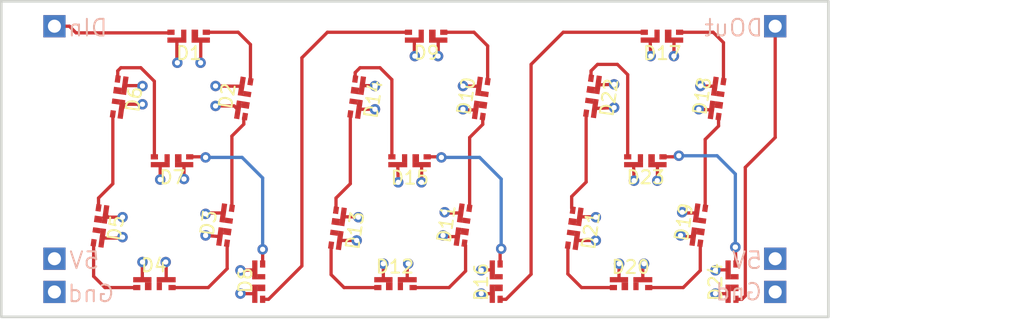
<source format=kicad_pcb>
(kicad_pcb (version 20240108) (generator "pcbnew") (generator_version "8.0")
  (layers (0 "F.Cu" signal) (1 "In1.Cu" power) (2 "In2.Cu" power) (31 "B.Cu" signal) (34 "B.Paste" user) (35 "F.Paste" user) (36 "B.SilkS" user "B.Silkscreen") (37 "F.SilkS" user "F.Silkscreen") (38 "B.Mask" user) (39 "F.Mask" user) (44 "Edge.Cuts" user))
  (net 0 "")
  (net 1 "GND")
  (net 2 "Net-(D1-DOUT)")
  (net 3 "unconnected-(D1-DIN-Pad3)")
  (net 4 "+5V")
  (net 5 "Net-(D2-DOUT)")
  (net 6 "Net-(D3-DOUT)")
  (net 7 "Net-(D4-DOUT)")
  (net 8 "Net-(D5-DOUT)")
  (net 9 "Net-(D6-DOUT)")
  (net 10 "Net-(D7-DOUT)")
  (net 11 "Net-(D8-DOUT)")
  (net 12 "Net-(D10-DIN)")
  (net 13 "Net-(D10-DOUT)")
  (net 14 "Net-(D11-DOUT)")
  (net 15 "Net-(D12-DOUT)")
  (net 16 "Net-(D13-DOUT)")
  (net 17 "Net-(D14-DOUT)")
  (net 18 "Net-(D15-DOUT)")
  (net 19 "Net-(D16-DOUT)")
  (net 20 "Net-(D17-DOUT)")
  (net 21 "Net-(D18-DOUT)")
  (net 22 "Net-(D19-DOUT)")
  (net 23 "Net-(D20-DOUT)")
  (net 24 "Net-(D21-DOUT)")
  (net 25 "Net-(D22-DOUT)")
  (net 26 "Net-(D23-DOUT)")
  (net 27 "Net-(D24-DOUT)")
  (footprint "Custom Footprint Library:SK6812-EC3210F" (layer "F.Cu") (at 115.316 82.169 82)
    (property "Reference" "D11" (at -0.050986 -1.275315 82) (layer "F.SilkS"))
    (property "Value" "SK6812-EC3210F" (hide yes))
    (pad "1" smd rect (at -0.9 -0.3 262) (size 1.4 0.4) (layers "F.Cu" "F.Paste" "F.Mask") (net 1 "GND"))
    (pad "1" smd rect (at -0.45 0.2 262) (size 0.5 0.6) (layers "F.Cu" "F.Paste" "F.Mask") (net 1 "GND"))
    (pad "2" smd rect (at -1.325 0.3 262) (size 0.55 0.4) (layers "F.Cu" "F.Paste" "F.Mask") (net 14 "Net-(D11-DOUT)"))
    (pad "3" smd rect (at 1.375 0.3 262) (size 0.55 0.4) (layers "F.Cu" "F.Paste" "F.Mask") (net 13 "Net-(D10-DOUT)"))
    (pad "4" smd rect (at 0.4 0.2 262) (size 0.4 0.6) (layers "F.Cu" "F.Paste" "F.Mask") (net 4 "+5V"))
    (pad "4" smd rect (at 0.925 -0.3 262) (size 1.45 0.4) (layers "F.Cu" "F.Paste" "F.Mask") (net 4 "+5V"))
  )
  (footprint "Custom Footprint Library:SK6812-EC3210F" (layer "F.Cu") (at 111.252 77.216 180)
    (property "Reference" "D15" (at 0 -1.3 0) (layer "F.SilkS"))
    (property "Value" "SK6812-EC3210F" (hide yes))
    (pad "1" smd rect (at -0.9 -0.3) (size 1.4 0.4) (layers "F.Cu" "F.Paste" "F.Mask") (net 1 "GND"))
    (pad "1" smd rect (at -0.45 0.2) (size 0.5 0.6) (layers "F.Cu" "F.Paste" "F.Mask") (net 1 "GND"))
    (pad "2" smd rect (at -1.325 0.3) (size 0.55 0.4) (layers "F.Cu" "F.Paste" "F.Mask") (net 18 "Net-(D15-DOUT)"))
    (pad "3" smd rect (at 1.375 0.3) (size 0.55 0.4) (layers "F.Cu" "F.Paste" "F.Mask") (net 17 "Net-(D14-DOUT)"))
    (pad "4" smd rect (at 0.4 0.2) (size 0.4 0.6) (layers "F.Cu" "F.Paste" "F.Mask") (net 4 "+5V"))
    (pad "4" smd rect (at 0.925 -0.3) (size 1.45 0.4) (layers "F.Cu" "F.Paste" "F.Mask") (net 4 "+5V"))
  )
  (footprint "Custom Footprint Library:SK6812-EC3210F" (layer "F.Cu") (at 135.89 86.487 90)
    (property "Reference" "D24" (at 0 -1.27 90) (layer "F.SilkS"))
    (property "Value" "SK6812-EC3210F" (hide yes))
    (pad "1" smd rect (at -0.9 -0.3 270) (size 1.4 0.4) (layers "F.Cu" "F.Paste" "F.Mask") (net 1 "GND"))
    (pad "1" smd rect (at -0.45 0.2 270) (size 0.5 0.6) (layers "F.Cu" "F.Paste" "F.Mask") (net 1 "GND"))
    (pad "2" smd rect (at -1.325 0.3 270) (size 0.55 0.4) (layers "F.Cu" "F.Paste" "F.Mask") (net 27 "Net-(D24-DOUT)"))
    (pad "3" smd rect (at 1.375 0.3 270) (size 0.55 0.4) (layers "F.Cu" "F.Paste" "F.Mask") (net 26 "Net-(D23-DOUT)"))
    (pad "4" smd rect (at 0.4 0.2 270) (size 0.4 0.6) (layers "F.Cu" "F.Paste" "F.Mask") (net 4 "+5V"))
    (pad "4" smd rect (at 0.925 -0.3 270) (size 1.45 0.4) (layers "F.Cu" "F.Paste" "F.Mask") (net 4 "+5V"))
  )
  (footprint "Custom Footprint Library:SK6812-EC3210F" (layer "F.Cu") (at 123.825 82.354 -98)
    (property "Reference" "D21" (at 0.017343 -1.284918 82) (layer "F.SilkS"))
    (property "Value" "SK6812-EC3210F" (hide yes))
    (pad "1" smd rect (at -0.9 -0.3 82) (size 1.4 0.4) (layers "F.Cu" "F.Paste" "F.Mask") (net 1 "GND"))
    (pad "1" smd rect (at -0.45 0.2 82) (size 0.5 0.6) (layers "F.Cu" "F.Paste" "F.Mask") (net 1 "GND"))
    (pad "2" smd rect (at -1.325 0.3 82) (size 0.55 0.4) (layers "F.Cu" "F.Paste" "F.Mask") (net 24 "Net-(D21-DOUT)"))
    (pad "3" smd rect (at 1.375 0.3 82) (size 0.55 0.4) (layers "F.Cu" "F.Paste" "F.Mask") (net 23 "Net-(D20-DOUT)"))
    (pad "4" smd rect (at 0.4 0.2 82) (size 0.4 0.6) (layers "F.Cu" "F.Paste" "F.Mask") (net 4 "+5V"))
    (pad "4" smd rect (at 0.925 -0.3 82) (size 1.45 0.4) (layers "F.Cu" "F.Paste" "F.Mask") (net 4 "+5V"))
  )
  (footprint "" (layer "F.Cu") (at 139.192 84.709)
    (property "Reference" "" (at 0 0 0) (layer "F.SilkS") (effects (font (size 1.27 1.27))))
    (property "Value" "" (at 0 0 0) (layer "F.SilkS") (effects (font (size 1.27 1.27))))
    (pad "1" thru_hole rect (at 0 0 180) (size 1.7 1.7) (drill 1) (layers "*.Cu" "*.Mask") (net 4 "+5V"))
  )
  (footprint "Custom Footprint Library:SK6812-EC3210F" (layer "F.Cu") (at 99.695 86.487 90)
    (property "Reference" "D8" (at 0.127 -1.016 90) (layer "F.SilkS"))
    (property "Value" "SK6812-EC3210F" (hide yes))
    (pad "1" smd rect (at -0.9 -0.3 270) (size 1.4 0.4) (layers "F.Cu" "F.Paste" "F.Mask") (net 1 "GND"))
    (pad "1" smd rect (at -0.45 0.2 270) (size 0.5 0.6) (layers "F.Cu" "F.Paste" "F.Mask") (net 1 "GND"))
    (pad "2" smd rect (at -1.325 0.3 270) (size 0.55 0.4) (layers "F.Cu" "F.Paste" "F.Mask") (net 11 "Net-(D8-DOUT)"))
    (pad "3" smd rect (at 1.375 0.3 270) (size 0.55 0.4) (layers "F.Cu" "F.Paste" "F.Mask") (net 10 "Net-(D7-DOUT)"))
    (pad "4" smd rect (at 0.4 0.2 270) (size 0.4 0.6) (layers "F.Cu" "F.Paste" "F.Mask") (net 4 "+5V"))
    (pad "4" smd rect (at 0.925 -0.3 270) (size 1.45 0.4) (layers "F.Cu" "F.Paste" "F.Mask") (net 4 "+5V"))
  )
  (footprint "Custom Footprint Library:SK6812-EC3210F" (layer "F.Cu") (at 89.027 72.321 -98)
    (property "Reference" "D6" (at 0.035018 -1.159154 82) (layer "F.SilkS"))
    (property "Value" "SK6812-EC3210F" (hide yes))
    (pad "1" smd rect (at -0.9 -0.3 82) (size 1.4 0.4) (layers "F.Cu" "F.Paste" "F.Mask") (net 1 "GND"))
    (pad "1" smd rect (at -0.45 0.2 82) (size 0.5 0.6) (layers "F.Cu" "F.Paste" "F.Mask") (net 1 "GND"))
    (pad "2" smd rect (at -1.325 0.3 82) (size 0.55 0.4) (layers "F.Cu" "F.Paste" "F.Mask") (net 9 "Net-(D6-DOUT)"))
    (pad "3" smd rect (at 1.375 0.3 82) (size 0.55 0.4) (layers "F.Cu" "F.Paste" "F.Mask") (net 8 "Net-(D5-DOUT)"))
    (pad "4" smd rect (at 0.4 0.2 82) (size 0.4 0.6) (layers "F.Cu" "F.Paste" "F.Mask") (net 4 "+5V"))
    (pad "4" smd rect (at 0.925 -0.3 82) (size 1.45 0.4) (layers "F.Cu" "F.Paste" "F.Mask") (net 4 "+5V"))
  )
  (footprint "Custom Footprint Library:SK6812-EC3210F" (layer "F.Cu") (at 93.091 77.216 180)
    (property "Reference" "D7" (at 0 -1.27 0) (layer "F.SilkS"))
    (property "Value" "SK6812-EC3210F" (hide yes))
    (pad "1" smd rect (at -0.9 -0.3) (size 1.4 0.4) (layers "F.Cu" "F.Paste" "F.Mask") (net 1 "GND"))
    (pad "1" smd rect (at -0.45 0.2) (size 0.5 0.6) (layers "F.Cu" "F.Paste" "F.Mask") (net 1 "GND"))
    (pad "2" smd rect (at -1.325 0.3) (size 0.55 0.4) (layers "F.Cu" "F.Paste" "F.Mask") (net 10 "Net-(D7-DOUT)"))
    (pad "3" smd rect (at 1.375 0.3) (size 0.55 0.4) (layers "F.Cu" "F.Paste" "F.Mask") (net 9 "Net-(D6-DOUT)"))
    (pad "4" smd rect (at 0.4 0.2) (size 0.4 0.6) (layers "F.Cu" "F.Paste" "F.Mask") (net 4 "+5V"))
    (pad "4" smd rect (at 0.925 -0.3) (size 1.45 0.4) (layers "F.Cu" "F.Paste" "F.Mask") (net 4 "+5V"))
  )
  (footprint "Custom Footprint Library:SK6812-EC3210F" (layer "F.Cu") (at 97.155 82.169 82)
    (property "Reference" "D3" (at 0.014286 -1.302683 82) (layer "F.SilkS"))
    (property "Value" "SK6812-EC3210F" (hide yes))
    (pad "1" smd rect (at -0.9 -0.3 262) (size 1.4 0.4) (layers "F.Cu" "F.Paste" "F.Mask") (net 1 "GND"))
    (pad "1" smd rect (at -0.45 0.2 262) (size 0.5 0.6) (layers "F.Cu" "F.Paste" "F.Mask") (net 1 "GND"))
    (pad "2" smd rect (at -1.325 0.3 262) (size 0.55 0.4) (layers "F.Cu" "F.Paste" "F.Mask") (net 6 "Net-(D3-DOUT)"))
    (pad "3" smd rect (at 1.375 0.3 262) (size 0.55 0.4) (layers "F.Cu" "F.Paste" "F.Mask") (net 5 "Net-(D2-DOUT)"))
    (pad "4" smd rect (at 0.4 0.2 262) (size 0.4 0.6) (layers "F.Cu" "F.Paste" "F.Mask") (net 4 "+5V"))
    (pad "4" smd rect (at 0.925 -0.3 262) (size 1.45 0.4) (layers "F.Cu" "F.Paste" "F.Mask") (net 4 "+5V"))
  )
  (footprint "" (layer "F.Cu") (at 139.192 66.929)
    (property "Reference" "" (at 0 0 0) (layer "F.SilkS") (effects (font (size 1.27 1.27))))
    (property "Value" "" (at 0 0 0) (layer "F.SilkS") (effects (font (size 1.27 1.27))))
    (pad "1" thru_hole rect (at 0 0 180) (size 1.7 1.7) (drill 1) (layers "*.Cu" "*.Mask") (net 27 "Net-(D24-DOUT)"))
  )
  (footprint "" (layer "F.Cu") (at 139.192 87.249)
    (property "Reference" "" (at 0 0 0) (layer "F.SilkS") (effects (font (size 1.27 1.27))))
    (property "Value" "" (at 0 0 0) (layer "F.SilkS") (effects (font (size 1.27 1.27))))
    (pad "1" thru_hole rect (at 0 0 180) (size 1.7 1.7) (drill 1) (layers "*.Cu" "*.Mask") (net 1 "GND"))
  )
  (footprint "Custom Footprint Library:SK6812-EC3210F" (layer "F.Cu") (at 87.557 82.169 -98)
    (property "Reference" "D5" (at 0.024858 -1.231444 82) (layer "F.SilkS"))
    (property "Value" "SK6812-EC3210F" (hide yes))
    (pad "1" smd rect (at -0.9 -0.3 82) (size 1.4 0.4) (layers "F.Cu" "F.Paste" "F.Mask") (net 1 "GND"))
    (pad "1" smd rect (at -0.45 0.2 82) (size 0.5 0.6) (layers "F.Cu" "F.Paste" "F.Mask") (net 1 "GND"))
    (pad "2" smd rect (at -1.325 0.3 82) (size 0.55 0.4) (layers "F.Cu" "F.Paste" "F.Mask") (net 8 "Net-(D5-DOUT)"))
    (pad "3" smd rect (at 1.375 0.3 82) (size 0.55 0.4) (layers "F.Cu" "F.Paste" "F.Mask") (net 7 "Net-(D4-DOUT)"))
    (pad "4" smd rect (at 0.4 0.2 82) (size 0.4 0.6) (layers "F.Cu" "F.Paste" "F.Mask") (net 4 "+5V"))
    (pad "4" smd rect (at 0.925 -0.3 82) (size 1.45 0.4) (layers "F.Cu" "F.Paste" "F.Mask") (net 4 "+5V"))
  )
  (footprint "" (layer "F.Cu") (at 84.074 66.929)
    (property "Reference" "" (at 0 0 0) (layer "F.SilkS") (effects (font (size 1.27 1.27))))
    (property "Value" "" (at 0 0 0) (layer "F.SilkS") (effects (font (size 1.27 1.27))))
    (pad "1" thru_hole rect (at 0 0 180) (size 1.7 1.7) (drill 1) (layers "*.Cu" "*.Mask") (net 3 "unconnected-(D1-DIN-Pad3)"))
  )
  (footprint "Custom Footprint Library:SK6812-EC3210F" (layer "F.Cu") (at 116.713 72.481 82)
    (property "Reference" "D10" (at 0.056804 -1.162216 82) (layer "F.SilkS"))
    (property "Value" "SK6812-EC3210F" (hide yes))
    (pad "1" smd rect (at -0.9 -0.3 262) (size 1.4 0.4) (layers "F.Cu" "F.Paste" "F.Mask") (net 1 "GND"))
    (pad "1" smd rect (at -0.45 0.2 262) (size 0.5 0.6) (layers "F.Cu" "F.Paste" "F.Mask") (net 1 "GND"))
    (pad "2" smd rect (at -1.325 0.3 262) (size 0.55 0.4) (layers "F.Cu" "F.Paste" "F.Mask") (net 13 "Net-(D10-DOUT)"))
    (pad "3" smd rect (at 1.375 0.3 262) (size 0.55 0.4) (layers "F.Cu" "F.Paste" "F.Mask") (net 12 "Net-(D10-DIN)"))
    (pad "4" smd rect (at 0.4 0.2 262) (size 0.4 0.6) (layers "F.Cu" "F.Paste" "F.Mask") (net 4 "+5V"))
    (pad "4" smd rect (at 0.925 -0.3 262) (size 1.45 0.4) (layers "F.Cu" "F.Paste" "F.Mask") (net 4 "+5V"))
  )
  (footprint "Custom Footprint Library:SK6812-EC3210F" (layer "F.Cu") (at 129.286 77.216 180)
    (property "Reference" "D23" (at 0 -1.27 0) (layer "F.SilkS"))
    (property "Value" "SK6812-EC3210F" (hide yes))
    (pad "1" smd rect (at -0.9 -0.3) (size 1.4 0.4) (layers "F.Cu" "F.Paste" "F.Mask") (net 1 "GND"))
    (pad "1" smd rect (at -0.45 0.2) (size 0.5 0.6) (layers "F.Cu" "F.Paste" "F.Mask") (net 1 "GND"))
    (pad "2" smd rect (at -1.325 0.3) (size 0.55 0.4) (layers "F.Cu" "F.Paste" "F.Mask") (net 26 "Net-(D23-DOUT)"))
    (pad "3" smd rect (at 1.375 0.3) (size 0.55 0.4) (layers "F.Cu" "F.Paste" "F.Mask") (net 25 "Net-(D22-DOUT)"))
    (pad "4" smd rect (at 0.4 0.2) (size 0.4 0.6) (layers "F.Cu" "F.Paste" "F.Mask") (net 4 "+5V"))
    (pad "4" smd rect (at 0.925 -0.3) (size 1.45 0.4) (layers "F.Cu" "F.Paste" "F.Mask") (net 4 "+5V"))
  )
  (footprint "Custom Footprint Library:SK6812-EC3210F" (layer "F.Cu") (at 91.694 86.614)
    (property "Reference" "D4" (at -0.019 -1.397 0) (layer "F.SilkS"))
    (property "Value" "SK6812-EC3210F" (hide yes))
    (pad "1" smd rect (at -0.9 -0.3 180) (size 1.4 0.4) (layers "F.Cu" "F.Paste" "F.Mask") (net 1 "GND"))
    (pad "1" smd rect (at -0.45 0.2 180) (size 0.5 0.6) (layers "F.Cu" "F.Paste" "F.Mask") (net 1 "GND"))
    (pad "2" smd rect (at -1.325 0.3 180) (size 0.55 0.4) (layers "F.Cu" "F.Paste" "F.Mask") (net 7 "Net-(D4-DOUT)"))
    (pad "3" smd rect (at 1.375 0.3 180) (size 0.55 0.4) (layers "F.Cu" "F.Paste" "F.Mask") (net 6 "Net-(D3-DOUT)"))
    (pad "4" smd rect (at 0.4 0.2 180) (size 0.4 0.6) (layers "F.Cu" "F.Paste" "F.Mask") (net 4 "+5V"))
    (pad "4" smd rect (at 0.925 -0.3 180) (size 1.45 0.4) (layers "F.Cu" "F.Paste" "F.Mask") (net 4 "+5V"))
  )
  (footprint "Custom Footprint Library:SK6812-EC3210F" (layer "F.Cu") (at 134.747 72.481 82)
    (property "Reference" "D18" (at 0.056804 -1.162216 82) (layer "F.SilkS"))
    (property "Value" "SK6812-EC3210F" (hide yes))
    (pad "1" smd rect (at -0.9 -0.3 262) (size 1.4 0.4) (layers "F.Cu" "F.Paste" "F.Mask") (net 1 "GND"))
    (pad "1" smd rect (at -0.45 0.2 262) (size 0.5 0.6) (layers "F.Cu" "F.Paste" "F.Mask") (net 1 "GND"))
    (pad "2" smd rect (at -1.325 0.3 262) (size 0.55 0.4) (layers "F.Cu" "F.Paste" "F.Mask") (net 21 "Net-(D18-DOUT)"))
    (pad "3" smd rect (at 1.375 0.3 262) (size 0.55 0.4) (layers "F.Cu" "F.Paste" "F.Mask") (net 20 "Net-(D17-DOUT)"))
    (pad "4" smd rect (at 0.4 0.2 262) (size 0.4 0.6) (layers "F.Cu" "F.Paste" "F.Mask") (net 4 "+5V"))
    (pad "4" smd rect (at 0.925 -0.3 262) (size 1.45 0.4) (layers "F.Cu" "F.Paste" "F.Mask") (net 4 "+5V"))
  )
  (footprint "Custom Footprint Library:SK6812-EC3210F" (layer "F.Cu") (at 117.856 86.487 90)
    (property "Reference" "D16" (at 0 -1.143 90) (layer "F.SilkS"))
    (property "Value" "SK6812-EC3210F" (hide yes))
    (pad "1" smd rect (at -0.9 -0.3 270) (size 1.4 0.4) (layers "F.Cu" "F.Paste" "F.Mask") (net 1 "GND"))
    (pad "1" smd rect (at -0.45 0.2 270) (size 0.5 0.6) (layers "F.Cu" "F.Paste" "F.Mask") (net 1 "GND"))
    (pad "2" smd rect (at -1.325 0.3 270) (size 0.55 0.4) (layers "F.Cu" "F.Paste" "F.Mask") (net 19 "Net-(D16-DOUT)"))
    (pad "3" smd rect (at 1.375 0.3 270) (size 0.55 0.4) (layers "F.Cu" "F.Paste" "F.Mask") (net 18 "Net-(D15-DOUT)"))
    (pad "4" smd rect (at 0.4 0.2 270) (size 0.4 0.6) (layers "F.Cu" "F.Paste" "F.Mask") (net 4 "+5V"))
    (pad "4" smd rect (at 0.925 -0.3 270) (size 1.45 0.4) (layers "F.Cu" "F.Paste" "F.Mask") (net 4 "+5V"))
  )
  (footprint "Custom Footprint Library:SK6812-EC3210F" (layer "F.Cu") (at 110.128 86.614)
    (property "Reference" "D12" (at -0.019 -1.3 0) (layer "F.SilkS"))
    (property "Value" "SK6812-EC3210F" (hide yes))
    (pad "1" smd rect (at -0.9 -0.3 180) (size 1.4 0.4) (layers "F.Cu" "F.Paste" "F.Mask") (net 1 "GND"))
    (pad "1" smd rect (at -0.45 0.2 180) (size 0.5 0.6) (layers "F.Cu" "F.Paste" "F.Mask") (net 1 "GND"))
    (pad "2" smd rect (at -1.325 0.3 180) (size 0.55 0.4) (layers "F.Cu" "F.Paste" "F.Mask") (net 15 "Net-(D12-DOUT)"))
    (pad "3" smd rect (at 1.375 0.3 180) (size 0.55 0.4) (layers "F.Cu" "F.Paste" "F.Mask") (net 14 "Net-(D11-DOUT)"))
    (pad "4" smd rect (at 0.4 0.2 180) (size 0.4 0.6) (layers "F.Cu" "F.Paste" "F.Mask") (net 4 "+5V"))
    (pad "4" smd rect (at 0.925 -0.3 180) (size 1.45 0.4) (layers "F.Cu" "F.Paste" "F.Mask") (net 4 "+5V"))
  )
  (footprint "Custom Footprint Library:SK6812-EC3210F" (layer "F.Cu") (at 98.552 72.481 81)
    (property "Reference" "D2" (at 0.016644 -1.288467 81) (layer "F.SilkS"))
    (property "Value" "SK6812-EC3210F" (hide yes))
    (pad "1" smd rect (at -0.9 -0.3 261) (size 1.4 0.4) (layers "F.Cu" "F.Paste" "F.Mask") (net 1 "GND"))
    (pad "1" smd rect (at -0.45 0.2 261) (size 0.5 0.6) (layers "F.Cu" "F.Paste" "F.Mask") (net 1 "GND"))
    (pad "2" smd rect (at -1.325 0.3 261) (size 0.55 0.4) (layers "F.Cu" "F.Paste" "F.Mask") (net 5 "Net-(D2-DOUT)"))
    (pad "3" smd rect (at 1.375 0.3 261) (size 0.55 0.4) (layers "F.Cu" "F.Paste" "F.Mask") (net 2 "Net-(D1-DOUT)"))
    (pad "4" smd rect (at 0.399999 0.2 261) (size 0.4 0.6) (layers "F.Cu" "F.Paste" "F.Mask") (net 4 "+5V"))
    (pad "4" smd rect (at 0.925 -0.3 261) (size 1.45 0.4) (layers "F.Cu" "F.Paste" "F.Mask") (net 4 "+5V"))
  )
  (footprint "Custom Footprint Library:SK6812-EC3210F" (layer "F.Cu") (at 125.222 72.263 -98)
    (property "Reference" "D22" (at -0.050986 -1.275315 82) (layer "F.SilkS"))
    (property "Value" "SK6812-EC3210F" (hide yes))
    (pad "1" smd rect (at -0.9 -0.3 82) (size 1.4 0.4) (layers "F.Cu" "F.Paste" "F.Mask") (net 1 "GND"))
    (pad "1" smd rect (at -0.45 0.2 82) (size 0.5 0.6) (layers "F.Cu" "F.Paste" "F.Mask") (net 1 "GND"))
    (pad "2" smd rect (at -1.325 0.3 82) (size 0.55 0.4) (layers "F.Cu" "F.Paste" "F.Mask") (net 25 "Net-(D22-DOUT)"))
    (pad "3" smd rect (at 1.375 0.3 82) (size 0.55 0.4) (layers "F.Cu" "F.Paste" "F.Mask") (net 24 "Net-(D21-DOUT)"))
    (pad "4" smd rect (at 0.4 0.2 82) (size 0.4 0.6) (layers "F.Cu" "F.Paste" "F.Mask") (net 4 "+5V"))
    (pad "4" smd rect (at 0.925 -0.3 82) (size 1.45 0.4) (layers "F.Cu" "F.Paste" "F.Mask") (net 4 "+5V"))
  )
  (footprint "Custom Footprint Library:SK6812-EC3210F" (layer "F.Cu") (at 112.522 67.691 180)
    (property "Reference" "D9" (at 0 -1.27 0) (layer "F.SilkS"))
    (property "Value" "SK6812-EC3210F" (hide yes))
    (pad "1" smd rect (at -0.9 -0.3) (size 1.4 0.4) (layers "F.Cu" "F.Paste" "F.Mask") (net 1 "GND"))
    (pad "1" smd rect (at -0.45 0.2) (size 0.5 0.6) (layers "F.Cu" "F.Paste" "F.Mask") (net 1 "GND"))
    (pad "2" smd rect (at -1.325 0.3) (size 0.55 0.4) (layers "F.Cu" "F.Paste" "F.Mask") (net 12 "Net-(D10-DIN)"))
    (pad "3" smd rect (at 1.375 0.3) (size 0.55 0.4) (layers "F.Cu" "F.Paste" "F.Mask") (net 11 "Net-(D8-DOUT)"))
    (pad "4" smd rect (at 0.4 0.2) (size 0.4 0.6) (layers "F.Cu" "F.Paste" "F.Mask") (net 4 "+5V"))
    (pad "4" smd rect (at 0.925 -0.3) (size 1.45 0.4) (layers "F.Cu" "F.Paste" "F.Mask") (net 4 "+5V"))
  )
  (footprint "Custom Footprint Library:SK6812-EC3210F" (layer "F.Cu") (at 107.188 72.321 -98)
    (property "Reference" "D14" (at 0.017343 -1.284918 82) (layer "F.SilkS"))
    (property "Value" "SK6812-EC3210F" (hide yes))
    (pad "1" smd rect (at -0.9 -0.3 82) (size 1.4 0.4) (layers "F.Cu" "F.Paste" "F.Mask") (net 1 "GND"))
    (pad "1" smd rect (at -0.45 0.2 82) (size 0.5 0.6) (layers "F.Cu" "F.Paste" "F.Mask") (net 1 "GND"))
    (pad "2" smd rect (at -1.325 0.3 82) (size 0.55 0.4) (layers "F.Cu" "F.Paste" "F.Mask") (net 17 "Net-(D14-DOUT)"))
    (pad "3" smd rect (at 1.375 0.3 82) (size 0.55 0.4) (layers "F.Cu" "F.Paste" "F.Mask") (net 16 "Net-(D13-DOUT)"))
    (pad "4" smd rect (at 0.4 0.2 82) (size 0.4 0.6) (layers "F.Cu" "F.Paste" "F.Mask") (net 4 "+5V"))
    (pad "4" smd rect (at 0.925 -0.3 82) (size 1.45 0.4) (layers "F.Cu" "F.Paste" "F.Mask") (net 4 "+5V"))
  )
  (footprint "Custom Footprint Library:SK6812-EC3210F" (layer "F.Cu") (at 130.556 67.691 180)
    (property "Reference" "D17" (at 0 -1.3 0) (layer "F.SilkS"))
    (property "Value" "SK6812-EC3210F" (hide yes))
    (pad "1" smd rect (at -0.9 -0.3) (size 1.4 0.4) (layers "F.Cu" "F.Paste" "F.Mask") (net 1 "GND"))
    (pad "1" smd rect (at -0.45 0.2) (size 0.5 0.6) (layers "F.Cu" "F.Paste" "F.Mask") (net 1 "GND"))
    (pad "2" smd rect (at -1.325 0.3) (size 0.55 0.4) (layers "F.Cu" "F.Paste" "F.Mask") (net 20 "Net-(D17-DOUT)"))
    (pad "3" smd rect (at 1.375 0.3) (size 0.55 0.4) (layers "F.Cu" "F.Paste" "F.Mask") (net 19 "Net-(D16-DOUT)"))
    (pad "4" smd rect (at 0.4 0.2) (size 0.4 0.6) (layers "F.Cu" "F.Paste" "F.Mask") (net 4 "+5V"))
    (pad "4" smd rect (at 0.925 -0.3) (size 1.45 0.4) (layers "F.Cu" "F.Paste" "F.Mask") (net 4 "+5V"))
  )
  (footprint "Custom Footprint Library:SK6812-EC3210F" (layer "F.Cu") (at 133.35 82.169 82)
    (property "Reference" "D19" (at 0.092453 -1.167226 82) (layer "F.SilkS"))
    (property "Value" "SK6812-EC3210F" (hide yes))
    (pad "1" smd rect (at -0.9 -0.3 262) (size 1.4 0.4) (layers "F.Cu" "F.Paste" "F.Mask") (net 1 "GND"))
    (pad "1" smd rect (at -0.45 0.2 262) (size 0.5 0.6) (layers "F.Cu" "F.Paste" "F.Mask") (net 1 "GND"))
    (pad "2" smd rect (at -1.325 0.3 262) (size 0.55 0.4) (layers "F.Cu" "F.Paste" "F.Mask") (net 22 "Net-(D19-DOUT)"))
    (pad "3" smd rect (at 1.375 0.3 262) (size 0.55 0.4) (layers "F.Cu" "F.Paste" "F.Mask") (net 21 "Net-(D18-DOUT)"))
    (pad "4" smd rect (at 0.4 0.2 262) (size 0.4 0.6) (layers "F.Cu" "F.Paste" "F.Mask") (net 4 "+5V"))
    (pad "4" smd rect (at 0.925 -0.3 262) (size 1.45 0.4) (layers "F.Cu" "F.Paste" "F.Mask") (net 4 "+5V"))
  )
  (footprint "Custom Footprint Library:SK6812-EC3210F" (layer "F.Cu") (at 105.718 82.354 -98)
    (property "Reference" "D13" (at 0.007183 -1.357208 82) (layer "F.SilkS"))
    (property "Value" "SK6812-EC3210F" (hide yes))
    (pad "1" smd rect (at -0.9 -0.3 82) (size 1.4 0.4) (layers "F.Cu" "F.Paste" "F.Mask") (net 1 "GND"))
    (pad "1" smd rect (at -0.45 0.2 82) (size 0.5 0.6) (layers "F.Cu" "F.Paste" "F.Mask") (net 1 "GND"))
    (pad "2" smd rect (at -1.325 0.3 82) (size 0.55 0.4) (layers "F.Cu" "F.Paste" "F.Mask") (net 16 "Net-(D13-DOUT)"))
    (pad "3" smd rect (at 1.375 0.3 82) (size 0.55 0.4) (layers "F.Cu" "F.Paste" "F.Mask") (net 15 "Net-(D12-DOUT)"))
    (pad "4" smd rect (at 0.4 0.2 82) (size 0.4 0.6) (layers "F.Cu" "F.Paste" "F.Mask") (net 4 "+5V"))
    (pad "4" smd rect (at 0.925 -0.3 82) (size 1.45 0.4) (layers "F.Cu" "F.Paste" "F.Mask") (net 4 "+5V"))
  )
  (footprint "Custom Footprint Library:SK6812-EC3210F" (layer "F.Cu") (at 128.143 86.614)
    (property "Reference" "D20" (at 0 -1.27 0) (layer "F.SilkS"))
    (property "Value" "SK6812-EC3210F" (hide yes))
    (pad "1" smd rect (at -0.9 -0.3 180) (size 1.4 0.4) (layers "F.Cu" "F.Paste" "F.Mask") (net 1 "GND"))
    (pad "1" smd rect (at -0.45 0.2 180) (size 0.5 0.6) (layers "F.Cu" "F.Paste" "F.Mask") (net 1 "GND"))
    (pad "2" smd rect (at -1.325 0.3 180) (size 0.55 0.4) (layers "F.Cu" "F.Paste" "F.Mask") (net 23 "Net-(D20-DOUT)"))
    (pad "3" smd rect (at 1.375 0.3 180) (size 0.55 0.4) (layers "F.Cu" "F.Paste" "F.Mask") (net 22 "Net-(D19-DOUT)"))
    (pad "4" smd rect (at 0.4 0.2 180) (size 0.4 0.6) (layers "F.Cu" "F.Paste" "F.Mask") (net 4 "+5V"))
    (pad "4" smd rect (at 0.925 -0.3 180) (size 1.45 0.4) (layers "F.Cu" "F.Paste" "F.Mask") (net 4 "+5V"))
  )
  (footprint "Custom Footprint Library:SK6812-EC3210F" (layer "F.Cu") (at 94.361 67.691 180)
    (property "Reference" "D1" (at 0 -1.3 0) (layer "F.SilkS"))
    (property "Value" "SK6812-EC3210F" (hide yes))
    (pad "1" smd rect (at -0.9 -0.3) (size 1.4 0.4) (layers "F.Cu" "F.Paste" "F.Mask") (net 1 "GND"))
    (pad "1" smd rect (at -0.45 0.2) (size 0.5 0.6) (layers "F.Cu" "F.Paste" "F.Mask") (net 1 "GND"))
    (pad "2" smd rect (at -1.325 0.3) (size 0.55 0.4) (layers "F.Cu" "F.Paste" "F.Mask") (net 2 "Net-(D1-DOUT)"))
    (pad "3" smd rect (at 1.375 0.3) (size 0.55 0.4) (layers "F.Cu" "F.Paste" "F.Mask") (net 3 "unconnected-(D1-DIN-Pad3)"))
    (pad "4" smd rect (at 0.4 0.2) (size 0.4 0.6) (layers "F.Cu" "F.Paste" "F.Mask") (net 4 "+5V"))
    (pad "4" smd rect (at 0.925 -0.3) (size 1.45 0.4) (layers "F.Cu" "F.Paste" "F.Mask") (net 4 "+5V"))
  )
  (footprint "" (layer "B.Cu") (at 84.074 87.249 180)
    (property "Reference" "Gnd" (at -2.794 -0.127 0) (layer "B.SilkS") (effects (font (size 1.27 1.27)) (justify mirror)))
    (property "Value" "" (at 0 0 0) (layer "B.SilkS") (effects (font (size 1.27 1.27)) (justify mirror)))
    (pad "1" thru_hole rect (at 0 0 180) (size 1.7 1.7) (drill 1) (layers "*.Cu" "*.Mask") (net 1 "GND"))
  )
  (footprint "" (layer "B.Cu") (at 84.074 84.709 180)
    (property "Reference" "5V" (at -2.286 -0.127 0) (layer "B.SilkS") (effects (font (size 1.27 1.27)) (justify mirror)))
    (property "Value" "" (at 0 0 0) (layer "B.SilkS") (effects (font (size 1.27 1.27)) (justify mirror)))
    (pad "1" thru_hole rect (at 0 0 180) (size 1.7 1.7) (drill 1) (layers "*.Cu" "*.Mask") (net 4 "+5V"))
  )
  (gr_rect (start 80.01 65.024) (end 143.256 89.154) (stroke (width 0.2)) (fill none) (layer "Edge.Cuts"))
  (gr_text "5V" (at 137.033 84.836 0) (layer "B.SilkS") (effects (font (size 1.27 1.27)) (justify mirror)))
  (gr_text "Gnd" (at 136.398 87.249 0) (layer "B.SilkS") (effects (font (size 1.27 1.27)) (justify mirror)))
  (gr_text "DIn" (at 86.614 67.056 0) (layer "B.SilkS") (effects (font (size 1.27 1.27)) (justify mirror)))
  (gr_text "DOut" (at 136.017 67.056 0) (layer "B.SilkS") (effects (font (size 1.27 1.27)) (justify mirror)))
  (segment (start 114.893664 83.018489) (end 113.879489 83.018489) (width 0.25) (layer "F.Cu") (net 1))
  (segment (start 125.446511 81.504511) (end 125.476 81.534) (width 0.25) (layer "F.Cu") (net 1))
  (segment (start 134.62 87.376) (end 134.631 87.387) (width 0.25) (layer "F.Cu") (net 1))
  (segment (start 108.585 71.501) (end 108.458 71.501) (width 0.25) (layer "F.Cu") (net 1))
  (segment (start 124.247336 81.504511) (end 125.446511 81.504511) (width 0.25) (layer "F.Cu") (net 1))
  (segment (start 130.186 78.729) (end 130.175 78.74) (width 0.25) (layer "F.Cu") (net 1))
  (segment (start 90.834489 71.471511) (end 90.902511 71.471511) (width 0.25) (layer "F.Cu") (net 1))
  (segment (start 106.140336 81.504511) (end 107.285511 81.504511) (width 0.25) (layer "F.Cu") (net 1))
  (segment (start 117.556 87.387) (end 116.713 87.376) (width 0.25) (layer "F.Cu") (net 1))
  (segment (start 90.805 71.501) (end 90.834489 71.471511) (width 0.25) (layer "F.Cu") (net 1))
  (segment (start 112.152 77.516) (end 112.152 78.856) (width 0.25) (layer "F.Cu") (net 1))
  (segment (start 95.261 69.712) (end 95.25 69.723) (width 0.25) (layer "F.Cu") (net 1))
  (segment (start 107.610336 71.471511) (end 108.428511 71.471511) (width 0.25) (layer "F.Cu") (net 1))
  (segment (start 88.193825 81.534) (end 89.281 81.534) (width 0.25) (layer "F.Cu") (net 1))
  (segment (start 113.879489 83.018489) (end 113.792 82.931) (width 0.25) (layer "F.Cu") (net 1))
  (segment (start 90.775511 71.471511) (end 90.805 71.501) (width 0.25) (layer "F.Cu") (net 1))
  (segment (start 132.040489 83.018489) (end 131.953 82.931) (width 0.25) (layer "F.Cu") (net 1))
  (segment (start 99.395 87.387) (end 98.298 87.376) (width 0.25) (layer "F.Cu") (net 1))
  (segment (start 107.285511 81.504511) (end 107.315 81.534) (width 0.25) (layer "F.Cu") (net 1))
  (segment (start 113.422 69.204) (end 113.411 69.215) (width 0.25) (layer "F.Cu") (net 1))
  (segment (start 95.261 67.991) (end 95.261 69.712) (width 0.25) (layer "F.Cu") (net 1))
  (segment (start 116.713 87.376) (end 116.724 87.387) (width 0.25) (layer "F.Cu") (net 1))
  (segment (start 113.422 67.991) (end 113.422 69.204) (width 0.25) (layer "F.Cu") (net 1))
  (segment (start 135.59 87.387) (end 134.62 87.376) (width 0.25) (layer "F.Cu") (net 1))
  (segment (start 131.445 69.215) (end 131.456 69.204) (width 0.25) (layer "F.Cu") (net 1))
  (segment (start 89.449336 71.471511) (end 90.775511 71.471511) (width 0.25) (layer "F.Cu") (net 1))
  (segment (start 127.243 86.314) (end 127.254 85.09) (width 0.25) (layer "F.Cu") (net 1))
  (segment (start 93.98 77.527) (end 93.991 77.516) (width 0.25) (layer "F.Cu") (net 1))
  (segment (start 95.631 82.931) (end 95.591489 83.018489) (width 0.25) (layer "F.Cu") (net 1))
  (segment (start 97.816913 73.025) (end 96.393 73.025) (width 0.25) (layer "F.Cu") (net 1))
  (segment (start 131.456 67.991) (end 131.445 69.215) (width 0.25) (layer "F.Cu") (net 1))
  (segment (start 96.732664 83.018489) (end 95.631 82.931) (width 0.25) (layer "F.Cu") (net 1))
  (segment (start 115.367489 73.330489) (end 115.316 73.279) (width 0.25) (layer "F.Cu") (net 1))
  (segment (start 116.290664 73.330489) (end 115.367489 73.330489) (width 0.25) (layer "F.Cu") (net 1))
  (segment (start 127.254 85.09) (end 127.243 85.101) (width 0.25) (layer "F.Cu") (net 1))
  (segment (start 132.927664 83.018489) (end 132.040489 83.018489) (width 0.25) (layer "F.Cu") (net 1))
  (segment (start 134.324664 73.330489) (end 133.35 73.279) (width 0.25) (layer "F.Cu") (net 1))
  (segment (start 125.644336 71.413511) (end 126.873 71.374) (width 0.25) (layer "F.Cu") (net 1))
  (segment (start 112.152 78.856) (end 112.141 78.867) (width 0.25) (layer "F.Cu") (net 1))
  (segment (start 90.794 86.314) (end 90.794 84.974) (width 0.25) (layer "F.Cu") (net 1))
  (segment (start 108.428511 71.471511) (end 108.585 71.501) (width 0.25) (layer "F.Cu") (net 1))
  (segment (start 133.35 73.279) (end 133.401489 73.330489) (width 0.25) (layer "F.Cu") (net 1))
  (segment (start 98.114902 73.322989) (end 97.816913 73.025) (width 0.25) (layer "F.Cu") (net 1))
  (segment (start 93.98 78.613) (end 93.98 77.527) (width 0.25) (layer "F.Cu") (net 1))
  (segment (start 87.979336 81.319511) (end 88.193825 81.534) (width 0.25) (layer "F.Cu") (net 1))
  (segment (start 109.22 85.09) (end 109.228 85.098) (width 0.25) (layer "F.Cu") (net 1))
  (segment (start 130.186 77.516) (end 130.186 78.729) (width 0.25) (layer "F.Cu") (net 1))
  (segment (start 126.873 71.374) (end 126.833489 71.413511) (width 0.25) (layer "F.Cu") (net 1))
  (segment (start 90.794 84.974) (end 90.805 84.963) (width 0.25) (layer "F.Cu") (net 1))
  (segment (start 98.298 87.376) (end 98.309 87.387) (width 0.25) (layer "F.Cu") (net 1))
  (segment (start 109.228 86.314) (end 109.22 85.09) (width 0.25) (layer "F.Cu") (net 1))
  (via (at 126.873 71.374) (size 0.8) (drill 0.4) (layers "F.Cu" "B.Cu") (net 1))
  (via (at 133.35 73.279) (size 0.8) (drill 0.4) (layers "F.Cu" "B.Cu") (net 1))
  (via (at 127.254 85.09) (size 0.8) (drill 0.4) (layers "F.Cu" "B.Cu") (net 1))
  (via (at 113.411 69.215) (size 0.8) (drill 0.4) (layers "F.Cu" "B.Cu") (net 1))
  (via (at 134.62 87.376) (size 0.8) (drill 0.4) (layers "F.Cu" "B.Cu") (net 1))
  (via (at 93.98 78.613) (size 0.8) (drill 0.4) (layers "F.Cu" "B.Cu") (net 1))
  (via (at 95.631 82.931) (size 0.8) (drill 0.4) (layers "F.Cu" "B.Cu") (net 1))
  (via (at 89.281 81.534) (size 0.8) (drill 0.4) (layers "F.Cu" "B.Cu") (net 1))
  (via (at 131.445 69.215) (size 0.8) (drill 0.4) (layers "F.Cu" "B.Cu") (net 1))
  (via (at 96.393 73.025) (size 0.8) (drill 0.4) (layers "F.Cu" "B.Cu") (net 1))
  (via (at 131.953 82.931) (size 0.8) (drill 0.4) (layers "F.Cu" "B.Cu") (net 1))
  (via (at 109.22 85.09) (size 0.8) (drill 0.4) (layers "F.Cu" "B.Cu") (net 1))
  (via (at 107.315 81.534) (size 0.8) (drill 0.4) (layers "F.Cu" "B.Cu") (net 1))
  (via (at 113.792 82.931) (size 0.8) (drill 0.4) (layers "F.Cu" "B.Cu") (net 1))
  (via (at 90.805 71.501) (size 0.8) (drill 0.4) (layers "F.Cu" "B.Cu") (net 1))
  (via (at 130.175 78.74) (size 0.8) (drill 0.4) (layers "F.Cu" "B.Cu") (net 1))
  (via (at 112.141 78.867) (size 0.8) (drill 0.4) (layers "F.Cu" "B.Cu") (net 1))
  (via (at 95.25 69.723) (size 0.8) (drill 0.4) (layers "F.Cu" "B.Cu") (net 1))
  (via (at 108.585 71.501) (size 0.8) (drill 0.4) (layers "F.Cu" "B.Cu") (net 1))
  (via (at 125.476 81.534) (size 0.8) (drill 0.4) (layers "F.Cu" "B.Cu") (net 1))
  (via (at 116.713 87.376) (size 0.8) (drill 0.4) (layers "F.Cu" "B.Cu") (net 1))
  (via (at 115.316 73.279) (size 0.8) (drill 0.4) (layers "F.Cu" "B.Cu") (net 1))
  (via (at 98.298 87.376) (size 0.8) (drill 0.4) (layers "F.Cu" "B.Cu") (net 1))
  (via (at 90.805 84.963) (size 0.8) (drill 0.4) (layers "F.Cu" "B.Cu") (net 1))
  (segment (start 98.125 67.391) (end 99.063404 68.329404) (width 0.25) (layer "F.Cu") (net 2))
  (segment (start 99.063404 68.329404) (end 99.063404 71.169859) (width 0.25) (layer "F.Cu") (net 2))
  (segment (start 95.686 67.391) (end 98.125 67.391) (width 0.25) (layer "F.Cu") (net 2))
  (segment (start 85.725 67.437) (end 92.94 67.437) (width 0.25) (layer "F.Cu") (net 3))
  (segment (start 84.074 66.929) (end 85.217 66.929) (width 0.25) (layer "F.Cu") (net 3))
  (segment (start 85.217 66.929) (end 85.725 67.437) (width 0.25) (layer "F.Cu") (net 3))
  (segment (start 92.94 67.437) (end 92.986 67.391) (width 0.25) (layer "F.Cu") (net 3))
  (segment (start 132.13825 81.21125) (end 132.08 81.153) (width 0.25) (layer "F.Cu") (net 4))
  (segment (start 110.363 78.867) (end 110.327 78.831) (width 0.25) (layer "F.Cu") (net 4))
  (segment (start 135.59 85.562) (end 134.656 85.562) (width 0.25) (layer "F.Cu") (net 4))
  (segment (start 108.58475 73.27875) (end 108.585 73.279) (width 0.25) (layer "F.Cu") (net 4))
  (segment (start 123.993345 83.31175) (end 125.47575 83.31175) (width 0.25) (layer "F.Cu") (net 4))
  (segment (start 111.597 69.052) (end 111.633 69.215) (width 0.25) (layer "F.Cu") (net 4))
  (segment (start 133.477 71.501) (end 133.49925 71.52325) (width 0.25) (layer "F.Cu") (net 4))
  (segment (start 128.397 78.74) (end 128.361 78.704) (width 0.25) (layer "F.Cu") (net 4))
  (segment (start 96.986655 81.21125) (end 95.69975 81.21125) (width 0.25) (layer "F.Cu") (net 4))
  (segment (start 111.633 69.215) (end 111.633 69.088) (width 0.25) (layer "F.Cu") (net 4))
  (segment (start 99.395 85.562) (end 98.298 85.598) (width 0.25) (layer "F.Cu") (net 4))
  (segment (start 89.576095 72.898) (end 90.805 72.898) (width 0.25) (layer "F.Cu") (net 4))
  (segment (start 98.400395 71.520458) (end 96.393 71.501) (width 0.25) (layer "F.Cu") (net 4))
  (segment (start 115.316 71.501) (end 115.33825 71.52325) (width 0.25) (layer "F.Cu") (net 4))
  (segment (start 134.656 85.562) (end 134.62 85.598) (width 0.25) (layer "F.Cu") (net 4))
  (segment (start 92.160529 77.521471) (end 92.160529 78.654471) (width 0.25) (layer "F.Cu") (net 4))
  (segment (start 92.583 85.09) (end 92.583 84.963) (width 0.25) (layer "F.Cu") (net 4))
  (segment (start 107.356345 73.27875) (end 108.58475 73.27875) (width 0.25) (layer "F.Cu") (net 4))
  (segment (start 128.361 77.516) (end 128.397 78.74) (width 0.25) (layer "F.Cu") (net 4))
  (segment (start 110.327 77.516) (end 110.363 78.867) (width 0.25) (layer "F.Cu") (net 4))
  (segment (start 87.725345 83.12675) (end 89.21225 83.12675) (width 0.25) (layer "F.Cu") (net 4))
  (segment (start 125.47575 83.31175) (end 125.476 83.312) (width 0.25) (layer "F.Cu") (net 4))
  (segment (start 98.298 85.598) (end 98.334 85.562) (width 0.25) (layer "F.Cu") (net 4))
  (segment (start 129.068 85.181) (end 129.159 85.09) (width 0.25) (layer "F.Cu") (net 4))
  (segment (start 129.667 69.215) (end 129.631 69.179) (width 0.25) (layer "F.Cu") (net 4))
  (segment (start 129.068 86.314) (end 129.068 85.181) (width 0.25) (layer "F.Cu") (net 4))
  (segment (start 107.188 83.312) (end 107.18775 83.31175) (width 0.25) (layer "F.Cu") (net 4))
  (segment (start 92.619 86.314) (end 92.619 85.054) (width 0.25) (layer "F.Cu") (net 4))
  (segment (start 115.147655 81.21125) (end 113.97725 81.21125) (width 0.25) (layer "F.Cu") (net 4))
  (segment (start 92.583 84.963) (end 92.71 84.963) (width 0.25) (layer "F.Cu") (net 4))
  (segment (start 92.71 84.963) (end 92.71 84.963) (width 0.25) (layer "F.Cu") (net 4))
  (segment (start 126.873 73.152) (end 126.80425 73.22075) (width 0.25) (layer "F.Cu") (net 4))
  (segment (start 92.619 85.054) (end 92.583 85.09) (width 0.25) (layer "F.Cu") (net 4))
  (segment (start 89.195345 73.27875) (end 89.576095 72.898) (width 0.25) (layer "F.Cu") (net 4))
  (segment (start 89.21225 83.12675) (end 89.281 83.058) (width 0.25) (layer "F.Cu") (net 4))
  (segment (start 92.166 77.516) (end 92.160529 77.521471) (width 0.25) (layer "F.Cu") (net 4))
  (segment (start 113.97725 81.21125) (end 113.919 81.153) (width 0.25) (layer "F.Cu") (net 4))
  (segment (start 111.597 67.991) (end 111.597 69.052) (width 0.25) (layer "F.Cu") (net 4))
  (segment (start 117.556 85.562) (end 116.749 85.562) (width 0.25) (layer "F.Cu") (net 4))
  (segment (start 93.436 69.687) (end 93.472 69.723) (width 0.25) (layer "F.Cu") (net 4))
  (segment (start 96.393 71.501) (end 96.412458 71.520458) (width 0.25) (layer "F.Cu") (net 4))
  (segment (start 105.886345 83.31175) (end 107.188 83.312) (width 0.25) (layer "F.Cu") (net 4))
  (segment (start 116.544655 71.52325) (end 115.316 71.501) (width 0.25) (layer "F.Cu") (net 4))
  (segment (start 134.578655 71.52325) (end 133.477 71.501) (width 0.25) (layer "F.Cu") (net 4))
  (segment (start 116.749 85.562) (end 116.713 85.598) (width 0.25) (layer "F.Cu") (net 4))
  (segment (start 93.436 67.991) (end 93.436 69.687) (width 0.25) (layer "F.Cu") (net 4))
  (segment (start 129.631 67.991) (end 129.667 69.215) (width 0.25) (layer "F.Cu") (net 4))
  (segment (start 133.181655 81.21125) (end 132.13825 81.21125) (width 0.25) (layer "F.Cu") (net 4))
  (segment (start 111.053 85.162) (end 111.125 85.09) (width 0.25) (layer "F.Cu") (net 4))
  (segment (start 95.69975 81.21125) (end 95.631 81.28) (width 0.25) (layer "F.Cu") (net 4))
  (segment (start 111.053 86.314) (end 111.053 85.162) (width 0.25) (layer "F.Cu") (net 4))
  (segment (start 125.390345 73.22075) (end 126.873 73.152) (width 0.25) (layer "F.Cu") (net 4))
  (via (at 98.298 85.598) (size 0.8) (drill 0.4) (layers "F.Cu" "B.Cu") (net 4))
  (via (at 116.713 85.598) (size 0.8) (drill 0.4) (layers "F.Cu" "B.Cu") (net 4))
  (via (at 115.316 71.501) (size 0.8) (drill 0.4) (layers "F.Cu" "B.Cu") (net 4))
  (via (at 107.188 83.312) (size 0.8) (drill 0.4) (layers "F.Cu" "B.Cu") (net 4))
  (via (at 110.363 78.867) (size 0.8) (drill 0.4) (layers "F.Cu" "B.Cu") (net 4))
  (via (at 108.585 73.279) (size 0.8) (drill 0.4) (layers "F.Cu" "B.Cu") (net 4))
  (via (at 90.805 72.898) (size 0.8) (drill 0.4) (layers "F.Cu" "B.Cu") (net 4))
  (via (at 92.583 84.963) (size 0.8) (drill 0.4) (layers "F.Cu" "B.Cu") (net 4))
  (via (at 128.397 78.74) (size 0.8) (drill 0.4) (layers "F.Cu" "B.Cu") (net 4))
  (via (at 134.62 85.598) (size 0.8) (drill 0.4) (layers "F.Cu" "B.Cu") (net 4))
  (via (at 95.631 81.28) (size 0.8) (drill 0.4) (layers "F.Cu" "B.Cu") (net 4))
  (via (at 133.477 71.501) (size 0.8) (drill 0.4) (layers "F.Cu" "B.Cu") (net 4))
  (via (at 113.919 81.153) (size 0.8) (drill 0.4) (layers "F.Cu" "B.Cu") (net 4))
  (via (at 132.08 81.153) (size 0.8) (drill 0.4) (layers "F.Cu" "B.Cu") (net 4))
  (via (at 93.472 69.723) (size 0.8) (drill 0.4) (layers "F.Cu" "B.Cu") (net 4))
  (via (at 125.476 83.312) (size 0.8) (drill 0.4) (layers "F.Cu" "B.Cu") (net 4))
  (via (at 111.633 69.215) (size 0.8) (drill 0.4) (layers "F.Cu" "B.Cu") (net 4))
  (via (at 126.873 73.152) (size 0.8) (drill 0.4) (layers "F.Cu" "B.Cu") (net 4))
  (via (at 129.159 85.09) (size 0.8) (drill 0.4) (layers "F.Cu" "B.Cu") (net 4))
  (via (at 89.281 83.058) (size 0.8) (drill 0.4) (layers "F.Cu" "B.Cu") (net 4))
  (via (at 96.393 71.501) (size 0.8) (drill 0.4) (layers "F.Cu" "B.Cu") (net 4))
  (via (at 92.160529 78.654471) (size 0.8) (drill 0.4) (layers "F.Cu" "B.Cu") (net 4))
  (via (at 111.125 85.09) (size 0.8) (drill 0.4) (layers "F.Cu" "B.Cu") (net 4))
  (via (at 129.667 69.215) (size 0.8) (drill 0.4) (layers "F.Cu" "B.Cu") (net 4))
  (segment (start 98.552 74.422) (end 97.643443 75.330557) (width 0.25) (layer "F.Cu") (net 5))
  (segment (start 97.643443 75.330557) (end 97.643443 80.849133) (width 0.25) (layer "F.Cu") (net 5))
  (segment (start 98.552 73.925648) (end 98.552 74.422) (width 0.25) (layer "F.Cu") (net 5))
  (segment (start 98.641031 73.836617) (end 98.552 73.925648) (width 0.25) (layer "F.Cu") (net 5))
  (segment (start 97.282 85.471) (end 97.282 83.537181) (width 0.25) (layer "F.Cu") (net 6))
  (segment (start 95.839 86.914) (end 97.282 85.471) (width 0.25) (layer "F.Cu") (net 6))
  (segment (start 93.069 86.914) (end 95.839 86.914) (width 0.25) (layer "F.Cu") (net 6))
  (segment (start 97.282 83.537181) (end 97.267676 83.522857) (width 0.25) (layer "F.Cu") (net 6))
  (segment (start 87.93 86.914) (end 87.068557 86.052557) (width 0.25) (layer "F.Cu") (net 7))
  (segment (start 90.369 86.914) (end 87.93 86.914) (width 0.25) (layer "F.Cu") (net 7))
  (segment (start 87.068557 86.052557) (end 87.068557 83.488867) (width 0.25) (layer "F.Cu") (net 7))
  (segment (start 87.444324 80.068676) (end 88.538557 78.974443) (width 0.25) (layer "F.Cu") (net 8))
  (segment (start 87.444324 80.815143) (end 87.444324 80.068676) (width 0.25) (layer "F.Cu") (net 8))
  (segment (start 88.538557 78.974443) (end 88.538557 73.640867) (width 0.25) (layer "F.Cu") (net 8))
  (segment (start 89.154 70.104) (end 88.914324 70.343676) (width 0.25) (layer "F.Cu") (net 9))
  (segment (start 91.716 71.142) (end 90.678 70.104) (width 0.25) (layer "F.Cu") (net 9))
  (segment (start 90.678 70.104) (end 89.154 70.104) (width 0.25) (layer "F.Cu") (net 9))
  (segment (start 91.716 76.916) (end 91.716 71.142) (width 0.25) (layer "F.Cu") (net 9))
  (segment (start 88.914324 70.343676) (end 88.914324 70.967143) (width 0.25) (layer "F.Cu") (net 9))
  (segment (start 99.995 85.112) (end 99.995 83.993) (width 0.25) (layer "F.Cu") (net 10))
  (segment (start 95.631 76.962) (end 95.585 76.916) (width 0.25) (layer "F.Cu") (net 10))
  (segment (start 94.416 76.916) (end 95.585 76.916) (width 0.25) (layer "F.Cu") (net 10))
  (via (at 99.995 83.993) (size 0.8) (drill 0.4) (layers "F.Cu" "B.Cu") (net 10))
  (via (at 95.631 76.962) (size 0.8) (drill 0.4) (layers "F.Cu" "B.Cu") (net 10))
  (segment (start 99.995 78.532) (end 99.995 83.993) (width 0.25) (layer "B.Cu") (net 10))
  (segment (start 98.425 76.962) (end 99.995 78.532) (width 0.25) (layer "B.Cu") (net 10))
  (segment (start 95.631 76.962) (end 98.425 76.962) (width 0.25) (layer "B.Cu") (net 10))
  (segment (start 100.445 87.812) (end 102.997 85.26) (width 0.25) (layer "F.Cu") (net 11))
  (segment (start 104.948 67.391) (end 111.147 67.391) (width 0.25) (layer "F.Cu") (net 11))
  (segment (start 102.997 69.342) (end 104.948 67.391) (width 0.25) (layer "F.Cu") (net 11))
  (segment (start 102.997 85.26) (end 102.997 69.342) (width 0.25) (layer "F.Cu") (net 11))
  (segment (start 99.995 87.812) (end 100.445 87.812) (width 0.25) (layer "F.Cu") (net 11))
  (segment (start 116.159 67.391) (end 117.201443 68.433443) (width 0.25) (layer "F.Cu") (net 12))
  (segment (start 113.847 67.391) (end 116.159 67.391) (width 0.25) (layer "F.Cu") (net 12))
  (segment (start 117.201443 68.433443) (end 117.201443 71.161133) (width 0.25) (layer "F.Cu") (net 12))
  (segment (start 116.825676 74.436324) (end 115.824 75.438) (width 0.25) (layer "F.Cu") (net 13))
  (segment (start 115.824 80.829576) (end 115.804443 80.849133) (width 0.25) (layer "F.Cu") (net 13))
  (segment (start 116.825676 73.834857) (end 116.825676 74.436324) (width 0.25) (layer "F.Cu") (net 13))
  (segment (start 115.824 75.438) (end 115.824 80.829576) (width 0.25) (layer "F.Cu") (net 13))
  (segment (start 114.254 86.914) (end 115.514139 85.653861) (width 0.25) (layer "F.Cu") (net 14))
  (segment (start 115.514139 85.653861) (end 115.514139 83.679287) (width 0.25) (layer "F.Cu") (net 14))
  (segment (start 111.503 86.914) (end 114.254 86.914) (width 0.25) (layer "F.Cu") (net 14))
  (segment (start 105.229557 85.925557) (end 105.229557 83.673867) (width 0.25) (layer "F.Cu") (net 15))
  (segment (start 106.218 86.914) (end 105.229557 85.925557) (width 0.25) (layer "F.Cu") (net 15))
  (segment (start 108.803 86.914) (end 106.218 86.914) (width 0.25) (layer "F.Cu") (net 15))
  (segment (start 105.605324 81.000143) (end 105.605324 80.068676) (width 0.25) (layer "F.Cu") (net 16))
  (segment (start 106.699557 78.974443) (end 106.699557 73.640867) (width 0.25) (layer "F.Cu") (net 16))
  (segment (start 105.605324 80.068676) (end 106.699557 78.974443) (width 0.25) (layer "F.Cu") (net 16))
  (segment (start 108.966 70.104) (end 109.877 71.015) (width 0.25) (layer "F.Cu") (net 17))
  (segment (start 107.075324 70.470676) (end 107.442 70.104) (width 0.25) (layer "F.Cu") (net 17))
  (segment (start 107.442 70.104) (end 108.966 70.104) (width 0.25) (layer "F.Cu") (net 17))
  (segment (start 109.877 71.015) (end 109.877 76.916) (width 0.25) (layer "F.Cu") (net 17))
  (segment (start 107.075324 70.967143) (end 107.075324 70.470676) (width 0.25) (layer "F.Cu") (net 17))
  (segment (start 118.156 85.112) (end 118.156 84.028) (width 0.25) (layer "F.Cu") (net 18))
  (segment (start 112.577 76.916) (end 113.619 76.916) (width 0.25) (layer "F.Cu") (net 18))
  (segment (start 118.156 84.028) (end 118.237 83.947) (width 0.25) (layer "F.Cu") (net 18))
  (segment (start 113.619 76.916) (end 113.665 76.962) (width 0.25) (layer "F.Cu") (net 18))
  (via (at 118.237 83.947) (size 0.8) (drill 0.4) (layers "F.Cu" "B.Cu") (net 18))
  (via (at 113.665 76.962) (size 0.8) (drill 0.4) (layers "F.Cu" "B.Cu") (net 18))
  (segment (start 118.237 83.947) (end 118.237 78.613) (width 0.25) (layer "B.Cu") (net 18))
  (segment (start 118.237 78.613) (end 116.586 76.962) (width 0.25) (layer "B.Cu") (net 18))
  (segment (start 116.586 76.962) (end 113.665 76.962) (width 0.25) (layer "B.Cu") (net 18))
  (segment (start 122.982 67.391) (end 129.181 67.391) (width 0.25) (layer "F.Cu") (net 19))
  (segment (start 120.523 85.895) (end 120.523 69.85) (width 0.25) (layer "F.Cu") (net 19))
  (segment (start 118.606 87.812) (end 120.523 85.895) (width 0.25) (layer "F.Cu") (net 19))
  (segment (start 118.156 87.812) (end 118.606 87.812) (width 0.25) (layer "F.Cu") (net 19))
  (segment (start 120.523 69.85) (end 122.982 67.391) (width 0.25) (layer "F.Cu") (net 19))
  (segment (start 131.881 67.391) (end 134.447 67.391) (width 0.25) (layer "F.Cu") (net 20))
  (segment (start 135.235443 68.179443) (end 135.235443 71.161133) (width 0.25) (layer "F.Cu") (net 20))
  (segment (start 134.447 67.391) (end 135.235443 68.179443) (width 0.25) (layer "F.Cu") (net 20))
  (segment (start 134.859676 74.563324) (end 133.838443 75.584557) (width 0.25) (layer "F.Cu") (net 21))
  (segment (start 133.838443 75.584557) (end 133.838443 80.849133) (width 0.25) (layer "F.Cu") (net 21))
  (segment (start 134.859676 73.834857) (end 134.859676 74.563324) (width 0.25) (layer "F.Cu") (net 21))
  (segment (start 133.462676 83.522857) (end 133.462676 85.612324) (width 0.25) (layer "F.Cu") (net 22))
  (segment (start 132.161 86.914) (end 129.518 86.914) (width 0.25) (layer "F.Cu") (net 22))
  (segment (start 133.462676 85.612324) (end 132.161 86.914) (width 0.25) (layer "F.Cu") (net 22))
  (segment (start 123.336557 85.871557) (end 123.336557 83.673867) (width 0.25) (layer "F.Cu") (net 23))
  (segment (start 126.818 86.914) (end 124.379 86.914) (width 0.25) (layer "F.Cu") (net 23))
  (segment (start 124.379 86.914) (end 123.336557 85.871557) (width 0.25) (layer "F.Cu") (net 23))
  (segment (start 123.626861 79.954139) (end 123.626861 80.843713) (width 0.25) (layer "F.Cu") (net 24))
  (segment (start 124.733557 73.582867) (end 124.733557 78.847443) (width 0.25) (layer "F.Cu") (net 24))
  (segment (start 124.733557 78.847443) (end 123.626861 79.954139) (width 0.25) (layer "F.Cu") (net 24))
  (segment (start 127.911 70.634) (end 127.911 76.916) (width 0.25) (layer "F.Cu") (net 25))
  (segment (start 125.109324 70.909143) (end 125.109324 70.343676) (width 0.25) (layer "F.Cu") (net 25))
  (segment (start 125.603 69.85) (end 127.127 69.85) (width 0.25) (layer "F.Cu") (net 25))
  (segment (start 125.109324 70.343676) (end 125.603 69.85) (width 0.25) (layer "F.Cu") (net 25))
  (segment (start 127.127 69.85) (end 127.911 70.634) (width 0.25) (layer "F.Cu") (net 25))
  (segment (start 130.611 76.916) (end 131.745 76.916) (width 0.25) (layer "F.Cu") (net 26))
  (segment (start 136.144 83.82) (end 136.19 83.866) (width 0.25) (layer "F.Cu") (net 26))
  (segment (start 136.19 85.112) (end 136.144 83.82) (width 0.25) (layer "F.Cu") (net 26))
  (segment (start 131.745 76.916) (end 131.826 76.835) (width 0.25) (layer "F.Cu") (net 26))
  (via (at 136.144 83.82) (size 0.8) (drill 0.4) (layers "F.Cu" "B.Cu") (net 26))
  (via (at 131.826 76.835) (size 0.8) (drill 0.4) (layers "F.Cu" "B.Cu") (net 26))
  (via (at 136.144 83.82) (size 0.8) (drill 0.4) (layers "F.Cu" "B.Cu") (net 26))
  (segment (start 134.747 76.835) (end 131.826 76.835) (width 0.25) (layer "B.Cu") (net 26))
  (segment (start 136.144 78.232) (end 134.747 76.835) (width 0.25) (layer "B.Cu") (net 26))
  (segment (start 136.144 83.82) (end 136.144 78.232) (width 0.25) (layer "B.Cu") (net 26))
  (segment (start 136.906 87.546) (end 136.906 77.724) (width 0.25) (layer "F.Cu") (net 27))
  (segment (start 136.19 87.812) (end 136.64 87.812) (width 0.25) (layer "F.Cu") (net 27))
  (segment (start 139.192 75.438) (end 139.192 66.929) (width 0.25) (layer "F.Cu") (net 27))
  (segment (start 136.906 77.724) (end 139.192 75.438) (width 0.25) (layer "F.Cu") (net 27))
  (segment (start 136.64 87.812) (end 136.906 87.546) (width 0.25) (layer "F.Cu") (net 27))
)
</source>
